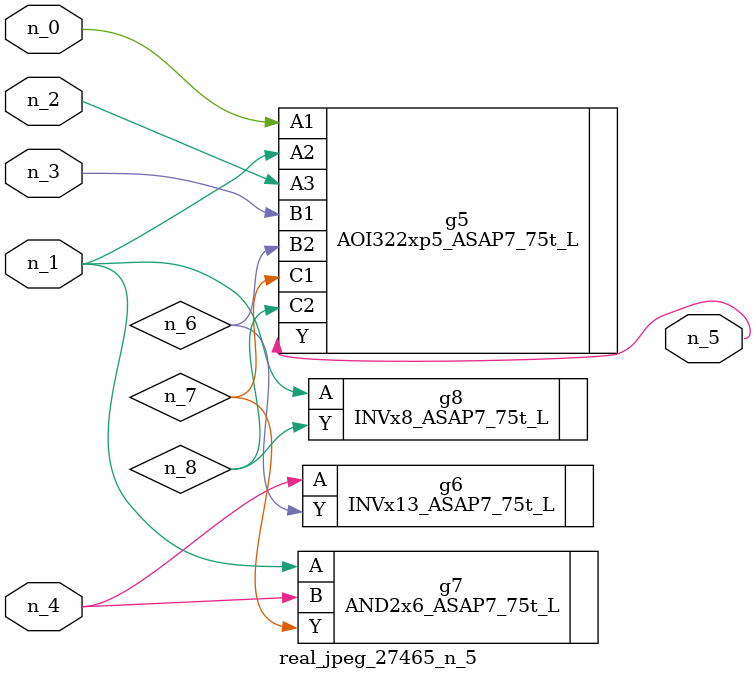
<source format=v>
module real_jpeg_27465_n_5 (n_4, n_0, n_1, n_2, n_3, n_5);

input n_4;
input n_0;
input n_1;
input n_2;
input n_3;

output n_5;

wire n_8;
wire n_6;
wire n_7;

AOI322xp5_ASAP7_75t_L g5 ( 
.A1(n_0),
.A2(n_1),
.A3(n_2),
.B1(n_3),
.B2(n_6),
.C1(n_7),
.C2(n_8),
.Y(n_5)
);

AND2x6_ASAP7_75t_L g7 ( 
.A(n_1),
.B(n_4),
.Y(n_7)
);

INVx8_ASAP7_75t_L g8 ( 
.A(n_1),
.Y(n_8)
);

INVx13_ASAP7_75t_L g6 ( 
.A(n_4),
.Y(n_6)
);


endmodule
</source>
